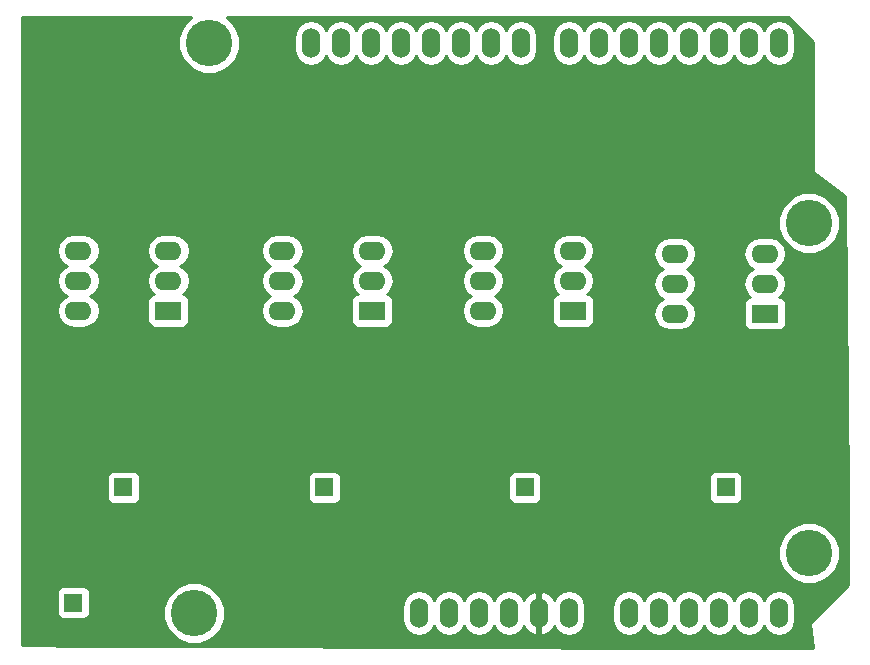
<source format=gbl>
%FSLAX34Y34*%
G04 Gerber Fmt 3.4, Leading zero omitted, Abs format*
G04 (created by PCBNEW (2014-02-26 BZR 4721)-product) date Tuesday, 26 August 2014 11:02:49*
%MOIN*%
G01*
G70*
G90*
G04 APERTURE LIST*
%ADD10C,0.005906*%
%ADD11R,0.090000X0.062000*%
%ADD12O,0.090000X0.062000*%
%ADD13R,0.060000X0.060000*%
%ADD14O,0.060000X0.100000*%
%ADD15C,0.155000*%
%ADD16C,0.035000*%
%ADD17C,0.015748*%
%ADD18C,0.010000*%
G04 APERTURE END LIST*
G54D10*
G54D11*
X31125Y-34661D03*
G54D12*
X31125Y-33661D03*
X31125Y-32661D03*
X28125Y-32661D03*
X28125Y-33661D03*
X28125Y-34661D03*
G54D11*
X24334Y-34661D03*
G54D12*
X24334Y-33661D03*
X24334Y-32661D03*
X21334Y-32661D03*
X21334Y-33661D03*
X21334Y-34661D03*
G54D11*
X37818Y-34661D03*
G54D12*
X37818Y-33661D03*
X37818Y-32661D03*
X34818Y-32661D03*
X34818Y-33661D03*
X34818Y-34661D03*
G54D11*
X44216Y-34759D03*
G54D12*
X44216Y-33759D03*
X44216Y-32759D03*
X41216Y-32759D03*
X41216Y-33759D03*
X41216Y-34759D03*
G54D13*
X29527Y-40551D03*
X22834Y-40551D03*
X36220Y-40551D03*
X42913Y-40551D03*
G54D14*
X44686Y-44739D03*
X43686Y-44739D03*
X42686Y-44739D03*
X39686Y-44739D03*
X40686Y-44739D03*
X41686Y-44739D03*
X37686Y-44739D03*
X36686Y-44739D03*
X35686Y-44739D03*
X33686Y-44739D03*
X32686Y-44739D03*
X44686Y-25739D03*
X43686Y-25739D03*
X42686Y-25739D03*
X41686Y-25739D03*
X40686Y-25739D03*
X39686Y-25739D03*
X38686Y-25739D03*
X37686Y-25739D03*
X36086Y-25739D03*
X35086Y-25739D03*
X34086Y-25739D03*
X33086Y-25739D03*
X32086Y-25739D03*
X31086Y-25739D03*
X30086Y-25739D03*
X29086Y-25739D03*
X34686Y-44739D03*
G54D15*
X45686Y-42739D03*
X45686Y-31739D03*
X25686Y-25739D03*
X25186Y-44739D03*
G54D13*
X21161Y-44389D03*
G54D16*
X44488Y-39271D03*
X37500Y-39271D03*
X30905Y-38976D03*
X24311Y-39074D03*
X39960Y-29330D03*
X33366Y-29429D03*
X26870Y-29527D03*
X20767Y-29133D03*
G54D17*
X37500Y-39271D02*
X37401Y-39271D01*
G54D10*
G36*
X46974Y-43801D02*
X46711Y-44063D01*
X46711Y-42536D01*
X46711Y-31536D01*
X46556Y-31159D01*
X46267Y-30870D01*
X45891Y-30714D01*
X45483Y-30714D01*
X45236Y-30816D01*
X45236Y-25954D01*
X45236Y-25524D01*
X45194Y-25314D01*
X45075Y-25135D01*
X44897Y-25016D01*
X44686Y-24974D01*
X44476Y-25016D01*
X44297Y-25135D01*
X44186Y-25302D01*
X44075Y-25135D01*
X43897Y-25016D01*
X43686Y-24974D01*
X43476Y-25016D01*
X43297Y-25135D01*
X43186Y-25302D01*
X43075Y-25135D01*
X42897Y-25016D01*
X42686Y-24974D01*
X42476Y-25016D01*
X42297Y-25135D01*
X42186Y-25302D01*
X42075Y-25135D01*
X41897Y-25016D01*
X41686Y-24974D01*
X41476Y-25016D01*
X41297Y-25135D01*
X41186Y-25302D01*
X41075Y-25135D01*
X40897Y-25016D01*
X40686Y-24974D01*
X40476Y-25016D01*
X40297Y-25135D01*
X40186Y-25302D01*
X40075Y-25135D01*
X39897Y-25016D01*
X39686Y-24974D01*
X39476Y-25016D01*
X39297Y-25135D01*
X39186Y-25302D01*
X39075Y-25135D01*
X38897Y-25016D01*
X38686Y-24974D01*
X38476Y-25016D01*
X38297Y-25135D01*
X38186Y-25302D01*
X38075Y-25135D01*
X37897Y-25016D01*
X37686Y-24974D01*
X37476Y-25016D01*
X37297Y-25135D01*
X37178Y-25314D01*
X37136Y-25524D01*
X37136Y-25954D01*
X37178Y-26164D01*
X37297Y-26342D01*
X37476Y-26462D01*
X37686Y-26504D01*
X37897Y-26462D01*
X38075Y-26342D01*
X38186Y-26176D01*
X38297Y-26342D01*
X38476Y-26462D01*
X38686Y-26504D01*
X38897Y-26462D01*
X39075Y-26342D01*
X39186Y-26176D01*
X39297Y-26342D01*
X39476Y-26462D01*
X39686Y-26504D01*
X39897Y-26462D01*
X40075Y-26342D01*
X40186Y-26176D01*
X40297Y-26342D01*
X40476Y-26462D01*
X40686Y-26504D01*
X40897Y-26462D01*
X41075Y-26342D01*
X41186Y-26176D01*
X41297Y-26342D01*
X41476Y-26462D01*
X41686Y-26504D01*
X41897Y-26462D01*
X42075Y-26342D01*
X42186Y-26176D01*
X42297Y-26342D01*
X42476Y-26462D01*
X42686Y-26504D01*
X42897Y-26462D01*
X43075Y-26342D01*
X43186Y-26176D01*
X43297Y-26342D01*
X43476Y-26462D01*
X43686Y-26504D01*
X43897Y-26462D01*
X44075Y-26342D01*
X44186Y-26176D01*
X44297Y-26342D01*
X44476Y-26462D01*
X44686Y-26504D01*
X44897Y-26462D01*
X45075Y-26342D01*
X45194Y-26164D01*
X45236Y-25954D01*
X45236Y-30816D01*
X45106Y-30869D01*
X44818Y-31157D01*
X44661Y-31534D01*
X44661Y-31942D01*
X44817Y-32319D01*
X45105Y-32607D01*
X45481Y-32764D01*
X45889Y-32764D01*
X46266Y-32608D01*
X46555Y-32320D01*
X46711Y-31944D01*
X46711Y-31536D01*
X46711Y-42536D01*
X46556Y-42159D01*
X46267Y-41870D01*
X45891Y-41714D01*
X45483Y-41714D01*
X45106Y-41869D01*
X44930Y-42046D01*
X44930Y-33759D01*
X44887Y-33545D01*
X44766Y-33363D01*
X44610Y-33259D01*
X44766Y-33155D01*
X44887Y-32974D01*
X44930Y-32759D01*
X44887Y-32545D01*
X44766Y-32363D01*
X44584Y-32242D01*
X44370Y-32199D01*
X44062Y-32199D01*
X43848Y-32242D01*
X43666Y-32363D01*
X43545Y-32545D01*
X43502Y-32759D01*
X43545Y-32974D01*
X43666Y-33155D01*
X43822Y-33259D01*
X43666Y-33363D01*
X43545Y-33545D01*
X43502Y-33759D01*
X43545Y-33974D01*
X43666Y-34155D01*
X43732Y-34199D01*
X43716Y-34199D01*
X43624Y-34237D01*
X43554Y-34308D01*
X43516Y-34400D01*
X43516Y-34499D01*
X43516Y-35119D01*
X43554Y-35211D01*
X43624Y-35281D01*
X43716Y-35319D01*
X43816Y-35319D01*
X44716Y-35319D01*
X44808Y-35281D01*
X44878Y-35211D01*
X44916Y-35119D01*
X44916Y-35020D01*
X44916Y-34400D01*
X44878Y-34308D01*
X44808Y-34237D01*
X44716Y-34199D01*
X44700Y-34199D01*
X44766Y-34155D01*
X44887Y-33974D01*
X44930Y-33759D01*
X44930Y-42046D01*
X44818Y-42157D01*
X44661Y-42534D01*
X44661Y-42942D01*
X44817Y-43319D01*
X45105Y-43607D01*
X45481Y-43764D01*
X45889Y-43764D01*
X46266Y-43608D01*
X46555Y-43320D01*
X46711Y-42944D01*
X46711Y-42536D01*
X46711Y-44063D01*
X45715Y-45060D01*
X45807Y-45891D01*
X45236Y-45891D01*
X45236Y-44954D01*
X45236Y-44524D01*
X45194Y-44314D01*
X45075Y-44135D01*
X44897Y-44016D01*
X44686Y-43974D01*
X44476Y-44016D01*
X44297Y-44135D01*
X44186Y-44302D01*
X44075Y-44135D01*
X43897Y-44016D01*
X43686Y-43974D01*
X43476Y-44016D01*
X43463Y-44025D01*
X43463Y-40900D01*
X43463Y-40801D01*
X43463Y-40201D01*
X43425Y-40109D01*
X43354Y-40039D01*
X43263Y-40001D01*
X43163Y-40001D01*
X42563Y-40001D01*
X42471Y-40039D01*
X42401Y-40109D01*
X42363Y-40201D01*
X42363Y-40300D01*
X42363Y-40900D01*
X42401Y-40992D01*
X42471Y-41063D01*
X42563Y-41101D01*
X42663Y-41101D01*
X43263Y-41101D01*
X43354Y-41063D01*
X43425Y-40992D01*
X43463Y-40900D01*
X43463Y-44025D01*
X43297Y-44135D01*
X43186Y-44302D01*
X43075Y-44135D01*
X42897Y-44016D01*
X42686Y-43974D01*
X42476Y-44016D01*
X42297Y-44135D01*
X42186Y-44302D01*
X42075Y-44135D01*
X41930Y-44038D01*
X41930Y-34759D01*
X41887Y-34545D01*
X41766Y-34363D01*
X41610Y-34259D01*
X41766Y-34155D01*
X41887Y-33974D01*
X41930Y-33759D01*
X41887Y-33545D01*
X41766Y-33363D01*
X41610Y-33259D01*
X41766Y-33155D01*
X41887Y-32974D01*
X41930Y-32759D01*
X41887Y-32545D01*
X41766Y-32363D01*
X41584Y-32242D01*
X41370Y-32199D01*
X41062Y-32199D01*
X40848Y-32242D01*
X40666Y-32363D01*
X40545Y-32545D01*
X40502Y-32759D01*
X40545Y-32974D01*
X40666Y-33155D01*
X40822Y-33259D01*
X40666Y-33363D01*
X40545Y-33545D01*
X40502Y-33759D01*
X40545Y-33974D01*
X40666Y-34155D01*
X40822Y-34259D01*
X40666Y-34363D01*
X40545Y-34545D01*
X40502Y-34759D01*
X40545Y-34974D01*
X40666Y-35155D01*
X40848Y-35277D01*
X41062Y-35319D01*
X41370Y-35319D01*
X41584Y-35277D01*
X41766Y-35155D01*
X41887Y-34974D01*
X41930Y-34759D01*
X41930Y-44038D01*
X41897Y-44016D01*
X41686Y-43974D01*
X41476Y-44016D01*
X41297Y-44135D01*
X41186Y-44302D01*
X41075Y-44135D01*
X40897Y-44016D01*
X40686Y-43974D01*
X40476Y-44016D01*
X40297Y-44135D01*
X40186Y-44302D01*
X40075Y-44135D01*
X39897Y-44016D01*
X39686Y-43974D01*
X39476Y-44016D01*
X39297Y-44135D01*
X39178Y-44314D01*
X39136Y-44524D01*
X39136Y-44954D01*
X39178Y-45164D01*
X39297Y-45342D01*
X39476Y-45462D01*
X39686Y-45504D01*
X39897Y-45462D01*
X40075Y-45342D01*
X40186Y-45176D01*
X40297Y-45342D01*
X40476Y-45462D01*
X40686Y-45504D01*
X40897Y-45462D01*
X41075Y-45342D01*
X41186Y-45176D01*
X41297Y-45342D01*
X41476Y-45462D01*
X41686Y-45504D01*
X41897Y-45462D01*
X42075Y-45342D01*
X42186Y-45176D01*
X42297Y-45342D01*
X42476Y-45462D01*
X42686Y-45504D01*
X42897Y-45462D01*
X43075Y-45342D01*
X43186Y-45176D01*
X43297Y-45342D01*
X43476Y-45462D01*
X43686Y-45504D01*
X43897Y-45462D01*
X44075Y-45342D01*
X44186Y-45176D01*
X44297Y-45342D01*
X44476Y-45462D01*
X44686Y-45504D01*
X44897Y-45462D01*
X45075Y-45342D01*
X45194Y-45164D01*
X45236Y-44954D01*
X45236Y-45891D01*
X39700Y-45891D01*
X38532Y-45887D01*
X38532Y-33661D01*
X38489Y-33447D01*
X38368Y-33265D01*
X38212Y-33161D01*
X38368Y-33057D01*
X38489Y-32875D01*
X38532Y-32661D01*
X38489Y-32447D01*
X38368Y-32265D01*
X38186Y-32144D01*
X37972Y-32101D01*
X37665Y-32101D01*
X37450Y-32144D01*
X37269Y-32265D01*
X37147Y-32447D01*
X37105Y-32661D01*
X37147Y-32875D01*
X37269Y-33057D01*
X37424Y-33161D01*
X37269Y-33265D01*
X37147Y-33447D01*
X37105Y-33661D01*
X37147Y-33875D01*
X37269Y-34057D01*
X37335Y-34101D01*
X37319Y-34101D01*
X37227Y-34139D01*
X37156Y-34209D01*
X37118Y-34301D01*
X37118Y-34401D01*
X37118Y-35021D01*
X37156Y-35113D01*
X37227Y-35183D01*
X37319Y-35221D01*
X37418Y-35221D01*
X38318Y-35221D01*
X38410Y-35183D01*
X38480Y-35113D01*
X38518Y-35021D01*
X38518Y-34921D01*
X38518Y-34301D01*
X38480Y-34209D01*
X38410Y-34139D01*
X38318Y-34101D01*
X38302Y-34101D01*
X38368Y-34057D01*
X38489Y-33875D01*
X38532Y-33661D01*
X38532Y-45887D01*
X38236Y-45886D01*
X38236Y-44954D01*
X38236Y-44524D01*
X38194Y-44314D01*
X38075Y-44135D01*
X37897Y-44016D01*
X37686Y-43974D01*
X37476Y-44016D01*
X37297Y-44135D01*
X37182Y-44307D01*
X37175Y-44282D01*
X37040Y-44115D01*
X36850Y-44012D01*
X36821Y-44006D01*
X36770Y-44035D01*
X36770Y-40900D01*
X36770Y-40801D01*
X36770Y-40201D01*
X36732Y-40109D01*
X36662Y-40039D01*
X36636Y-40028D01*
X36636Y-25954D01*
X36636Y-25524D01*
X36594Y-25314D01*
X36475Y-25135D01*
X36297Y-25016D01*
X36086Y-24974D01*
X35876Y-25016D01*
X35697Y-25135D01*
X35586Y-25302D01*
X35475Y-25135D01*
X35297Y-25016D01*
X35086Y-24974D01*
X34876Y-25016D01*
X34697Y-25135D01*
X34586Y-25302D01*
X34475Y-25135D01*
X34297Y-25016D01*
X34086Y-24974D01*
X33876Y-25016D01*
X33697Y-25135D01*
X33586Y-25302D01*
X33475Y-25135D01*
X33297Y-25016D01*
X33086Y-24974D01*
X32876Y-25016D01*
X32697Y-25135D01*
X32586Y-25302D01*
X32475Y-25135D01*
X32297Y-25016D01*
X32086Y-24974D01*
X31876Y-25016D01*
X31697Y-25135D01*
X31586Y-25302D01*
X31475Y-25135D01*
X31297Y-25016D01*
X31086Y-24974D01*
X30876Y-25016D01*
X30697Y-25135D01*
X30586Y-25302D01*
X30475Y-25135D01*
X30297Y-25016D01*
X30086Y-24974D01*
X29876Y-25016D01*
X29697Y-25135D01*
X29586Y-25302D01*
X29475Y-25135D01*
X29297Y-25016D01*
X29086Y-24974D01*
X28876Y-25016D01*
X28697Y-25135D01*
X28578Y-25314D01*
X28536Y-25524D01*
X28536Y-25954D01*
X28578Y-26164D01*
X28697Y-26342D01*
X28876Y-26462D01*
X29086Y-26504D01*
X29297Y-26462D01*
X29475Y-26342D01*
X29586Y-26176D01*
X29697Y-26342D01*
X29876Y-26462D01*
X30086Y-26504D01*
X30297Y-26462D01*
X30475Y-26342D01*
X30586Y-26176D01*
X30697Y-26342D01*
X30876Y-26462D01*
X31086Y-26504D01*
X31297Y-26462D01*
X31475Y-26342D01*
X31586Y-26176D01*
X31697Y-26342D01*
X31876Y-26462D01*
X32086Y-26504D01*
X32297Y-26462D01*
X32475Y-26342D01*
X32586Y-26176D01*
X32697Y-26342D01*
X32876Y-26462D01*
X33086Y-26504D01*
X33297Y-26462D01*
X33475Y-26342D01*
X33586Y-26176D01*
X33697Y-26342D01*
X33876Y-26462D01*
X34086Y-26504D01*
X34297Y-26462D01*
X34475Y-26342D01*
X34586Y-26176D01*
X34697Y-26342D01*
X34876Y-26462D01*
X35086Y-26504D01*
X35297Y-26462D01*
X35475Y-26342D01*
X35586Y-26176D01*
X35697Y-26342D01*
X35876Y-26462D01*
X36086Y-26504D01*
X36297Y-26462D01*
X36475Y-26342D01*
X36594Y-26164D01*
X36636Y-25954D01*
X36636Y-40028D01*
X36570Y-40001D01*
X36470Y-40001D01*
X35870Y-40001D01*
X35778Y-40039D01*
X35708Y-40109D01*
X35670Y-40201D01*
X35670Y-40300D01*
X35670Y-40900D01*
X35708Y-40992D01*
X35778Y-41063D01*
X35870Y-41101D01*
X35970Y-41101D01*
X36570Y-41101D01*
X36662Y-41063D01*
X36732Y-40992D01*
X36770Y-40900D01*
X36770Y-44035D01*
X36736Y-44054D01*
X36736Y-44689D01*
X36744Y-44689D01*
X36744Y-44789D01*
X36736Y-44789D01*
X36736Y-45424D01*
X36821Y-45472D01*
X36850Y-45466D01*
X37040Y-45363D01*
X37175Y-45196D01*
X37182Y-45171D01*
X37297Y-45342D01*
X37476Y-45462D01*
X37686Y-45504D01*
X37897Y-45462D01*
X38075Y-45342D01*
X38194Y-45164D01*
X38236Y-44954D01*
X38236Y-45886D01*
X36636Y-45880D01*
X36636Y-45424D01*
X36636Y-44789D01*
X36628Y-44789D01*
X36628Y-44689D01*
X36636Y-44689D01*
X36636Y-44054D01*
X36551Y-44006D01*
X36522Y-44012D01*
X36333Y-44115D01*
X36197Y-44282D01*
X36190Y-44307D01*
X36075Y-44135D01*
X35897Y-44016D01*
X35686Y-43974D01*
X35532Y-44005D01*
X35532Y-34661D01*
X35489Y-34447D01*
X35368Y-34265D01*
X35212Y-34161D01*
X35368Y-34057D01*
X35489Y-33875D01*
X35532Y-33661D01*
X35489Y-33447D01*
X35368Y-33265D01*
X35212Y-33161D01*
X35368Y-33057D01*
X35489Y-32875D01*
X35532Y-32661D01*
X35489Y-32447D01*
X35368Y-32265D01*
X35186Y-32144D01*
X34972Y-32101D01*
X34665Y-32101D01*
X34450Y-32144D01*
X34269Y-32265D01*
X34147Y-32447D01*
X34105Y-32661D01*
X34147Y-32875D01*
X34269Y-33057D01*
X34424Y-33161D01*
X34269Y-33265D01*
X34147Y-33447D01*
X34105Y-33661D01*
X34147Y-33875D01*
X34269Y-34057D01*
X34424Y-34161D01*
X34269Y-34265D01*
X34147Y-34447D01*
X34105Y-34661D01*
X34147Y-34875D01*
X34269Y-35057D01*
X34450Y-35178D01*
X34665Y-35221D01*
X34972Y-35221D01*
X35186Y-35178D01*
X35368Y-35057D01*
X35489Y-34875D01*
X35532Y-34661D01*
X35532Y-44005D01*
X35476Y-44016D01*
X35297Y-44135D01*
X35186Y-44302D01*
X35075Y-44135D01*
X34897Y-44016D01*
X34686Y-43974D01*
X34476Y-44016D01*
X34297Y-44135D01*
X34186Y-44302D01*
X34075Y-44135D01*
X33897Y-44016D01*
X33686Y-43974D01*
X33476Y-44016D01*
X33297Y-44135D01*
X33186Y-44302D01*
X33075Y-44135D01*
X32897Y-44016D01*
X32686Y-43974D01*
X32476Y-44016D01*
X32297Y-44135D01*
X32178Y-44314D01*
X32136Y-44524D01*
X32136Y-44954D01*
X32178Y-45164D01*
X32297Y-45342D01*
X32476Y-45462D01*
X32686Y-45504D01*
X32897Y-45462D01*
X33075Y-45342D01*
X33186Y-45176D01*
X33297Y-45342D01*
X33476Y-45462D01*
X33686Y-45504D01*
X33897Y-45462D01*
X34075Y-45342D01*
X34186Y-45176D01*
X34297Y-45342D01*
X34476Y-45462D01*
X34686Y-45504D01*
X34897Y-45462D01*
X35075Y-45342D01*
X35186Y-45176D01*
X35297Y-45342D01*
X35476Y-45462D01*
X35686Y-45504D01*
X35897Y-45462D01*
X36075Y-45342D01*
X36190Y-45171D01*
X36197Y-45196D01*
X36333Y-45363D01*
X36522Y-45466D01*
X36551Y-45472D01*
X36636Y-45424D01*
X36636Y-45880D01*
X31839Y-45862D01*
X31839Y-33661D01*
X31797Y-33447D01*
X31675Y-33265D01*
X31520Y-33161D01*
X31675Y-33057D01*
X31797Y-32875D01*
X31839Y-32661D01*
X31797Y-32447D01*
X31675Y-32265D01*
X31494Y-32144D01*
X31279Y-32101D01*
X30972Y-32101D01*
X30757Y-32144D01*
X30576Y-32265D01*
X30454Y-32447D01*
X30412Y-32661D01*
X30454Y-32875D01*
X30576Y-33057D01*
X30731Y-33161D01*
X30576Y-33265D01*
X30454Y-33447D01*
X30412Y-33661D01*
X30454Y-33875D01*
X30576Y-34057D01*
X30642Y-34101D01*
X30626Y-34101D01*
X30534Y-34139D01*
X30464Y-34209D01*
X30425Y-34301D01*
X30425Y-34401D01*
X30425Y-35021D01*
X30464Y-35113D01*
X30534Y-35183D01*
X30626Y-35221D01*
X30725Y-35221D01*
X31625Y-35221D01*
X31717Y-35183D01*
X31787Y-35113D01*
X31825Y-35021D01*
X31825Y-34921D01*
X31825Y-34301D01*
X31787Y-34209D01*
X31717Y-34139D01*
X31625Y-34101D01*
X31609Y-34101D01*
X31675Y-34057D01*
X31797Y-33875D01*
X31839Y-33661D01*
X31839Y-45862D01*
X30077Y-45856D01*
X30077Y-40900D01*
X30077Y-40801D01*
X30077Y-40201D01*
X30039Y-40109D01*
X29969Y-40039D01*
X29877Y-40001D01*
X29777Y-40001D01*
X29177Y-40001D01*
X29085Y-40039D01*
X29015Y-40109D01*
X28977Y-40201D01*
X28977Y-40300D01*
X28977Y-40900D01*
X29015Y-40992D01*
X29085Y-41063D01*
X29177Y-41101D01*
X29277Y-41101D01*
X29877Y-41101D01*
X29969Y-41063D01*
X30039Y-40992D01*
X30077Y-40900D01*
X30077Y-45856D01*
X28839Y-45851D01*
X28839Y-34661D01*
X28797Y-34447D01*
X28675Y-34265D01*
X28520Y-34161D01*
X28675Y-34057D01*
X28797Y-33875D01*
X28839Y-33661D01*
X28797Y-33447D01*
X28675Y-33265D01*
X28520Y-33161D01*
X28675Y-33057D01*
X28797Y-32875D01*
X28839Y-32661D01*
X28797Y-32447D01*
X28675Y-32265D01*
X28494Y-32144D01*
X28279Y-32101D01*
X27972Y-32101D01*
X27757Y-32144D01*
X27576Y-32265D01*
X27454Y-32447D01*
X27412Y-32661D01*
X27454Y-32875D01*
X27576Y-33057D01*
X27731Y-33161D01*
X27576Y-33265D01*
X27454Y-33447D01*
X27412Y-33661D01*
X27454Y-33875D01*
X27576Y-34057D01*
X27731Y-34161D01*
X27576Y-34265D01*
X27454Y-34447D01*
X27412Y-34661D01*
X27454Y-34875D01*
X27576Y-35057D01*
X27757Y-35178D01*
X27972Y-35221D01*
X28279Y-35221D01*
X28494Y-35178D01*
X28675Y-35057D01*
X28797Y-34875D01*
X28839Y-34661D01*
X28839Y-45851D01*
X26211Y-45841D01*
X26211Y-44536D01*
X26056Y-44159D01*
X25767Y-43870D01*
X25391Y-43714D01*
X25048Y-43714D01*
X25048Y-33661D01*
X25005Y-33447D01*
X24884Y-33265D01*
X24728Y-33161D01*
X24884Y-33057D01*
X25005Y-32875D01*
X25048Y-32661D01*
X25005Y-32447D01*
X24884Y-32265D01*
X24702Y-32144D01*
X24488Y-32101D01*
X24180Y-32101D01*
X23966Y-32144D01*
X23784Y-32265D01*
X23663Y-32447D01*
X23620Y-32661D01*
X23663Y-32875D01*
X23784Y-33057D01*
X23940Y-33161D01*
X23784Y-33265D01*
X23663Y-33447D01*
X23620Y-33661D01*
X23663Y-33875D01*
X23784Y-34057D01*
X23850Y-34101D01*
X23834Y-34101D01*
X23743Y-34139D01*
X23672Y-34209D01*
X23634Y-34301D01*
X23634Y-34401D01*
X23634Y-35021D01*
X23672Y-35113D01*
X23743Y-35183D01*
X23834Y-35221D01*
X23934Y-35221D01*
X24834Y-35221D01*
X24926Y-35183D01*
X24996Y-35113D01*
X25034Y-35021D01*
X25034Y-34921D01*
X25034Y-34301D01*
X24996Y-34209D01*
X24926Y-34139D01*
X24834Y-34101D01*
X24818Y-34101D01*
X24884Y-34057D01*
X25005Y-33875D01*
X25048Y-33661D01*
X25048Y-43714D01*
X24983Y-43714D01*
X24606Y-43869D01*
X24318Y-44157D01*
X24161Y-44534D01*
X24161Y-44942D01*
X24317Y-45319D01*
X24605Y-45607D01*
X24981Y-45764D01*
X25389Y-45764D01*
X25766Y-45608D01*
X26055Y-45320D01*
X26211Y-44944D01*
X26211Y-44536D01*
X26211Y-45841D01*
X23384Y-45831D01*
X23384Y-40900D01*
X23384Y-40801D01*
X23384Y-40201D01*
X23346Y-40109D01*
X23276Y-40039D01*
X23184Y-40001D01*
X23084Y-40001D01*
X22484Y-40001D01*
X22393Y-40039D01*
X22322Y-40109D01*
X22284Y-40201D01*
X22284Y-40300D01*
X22284Y-40900D01*
X22322Y-40992D01*
X22393Y-41063D01*
X22484Y-41101D01*
X22584Y-41101D01*
X23184Y-41101D01*
X23276Y-41063D01*
X23346Y-40992D01*
X23384Y-40900D01*
X23384Y-45831D01*
X22048Y-45826D01*
X22048Y-34661D01*
X22005Y-34447D01*
X21884Y-34265D01*
X21728Y-34161D01*
X21884Y-34057D01*
X22005Y-33875D01*
X22048Y-33661D01*
X22005Y-33447D01*
X21884Y-33265D01*
X21728Y-33161D01*
X21884Y-33057D01*
X22005Y-32875D01*
X22048Y-32661D01*
X22005Y-32447D01*
X21884Y-32265D01*
X21702Y-32144D01*
X21488Y-32101D01*
X21180Y-32101D01*
X20966Y-32144D01*
X20784Y-32265D01*
X20663Y-32447D01*
X20620Y-32661D01*
X20663Y-32875D01*
X20784Y-33057D01*
X20940Y-33161D01*
X20784Y-33265D01*
X20663Y-33447D01*
X20620Y-33661D01*
X20663Y-33875D01*
X20784Y-34057D01*
X20940Y-34161D01*
X20784Y-34265D01*
X20663Y-34447D01*
X20620Y-34661D01*
X20663Y-34875D01*
X20784Y-35057D01*
X20966Y-35178D01*
X21180Y-35221D01*
X21488Y-35221D01*
X21702Y-35178D01*
X21884Y-35057D01*
X22005Y-34875D01*
X22048Y-34661D01*
X22048Y-45826D01*
X21711Y-45825D01*
X21711Y-44739D01*
X21711Y-44640D01*
X21711Y-44040D01*
X21673Y-43948D01*
X21603Y-43877D01*
X21511Y-43839D01*
X21411Y-43839D01*
X20811Y-43839D01*
X20719Y-43877D01*
X20649Y-43948D01*
X20611Y-44040D01*
X20611Y-44139D01*
X20611Y-44739D01*
X20649Y-44831D01*
X20719Y-44901D01*
X20811Y-44939D01*
X20911Y-44939D01*
X21511Y-44939D01*
X21603Y-44901D01*
X21673Y-44831D01*
X21711Y-44739D01*
X21711Y-45825D01*
X19462Y-45816D01*
X19462Y-24875D01*
X25100Y-24875D01*
X24818Y-25157D01*
X24661Y-25534D01*
X24661Y-25942D01*
X24817Y-26319D01*
X25105Y-26607D01*
X25481Y-26764D01*
X25889Y-26764D01*
X26266Y-26608D01*
X26555Y-26320D01*
X26711Y-25944D01*
X26711Y-25536D01*
X26556Y-25159D01*
X26273Y-24875D01*
X44982Y-24875D01*
X45816Y-25709D01*
X45816Y-30045D01*
X46899Y-30832D01*
X46974Y-40785D01*
X46974Y-43801D01*
X46974Y-43801D01*
G37*
G54D18*
X46974Y-43801D02*
X46711Y-44063D01*
X46711Y-42536D01*
X46711Y-31536D01*
X46556Y-31159D01*
X46267Y-30870D01*
X45891Y-30714D01*
X45483Y-30714D01*
X45236Y-30816D01*
X45236Y-25954D01*
X45236Y-25524D01*
X45194Y-25314D01*
X45075Y-25135D01*
X44897Y-25016D01*
X44686Y-24974D01*
X44476Y-25016D01*
X44297Y-25135D01*
X44186Y-25302D01*
X44075Y-25135D01*
X43897Y-25016D01*
X43686Y-24974D01*
X43476Y-25016D01*
X43297Y-25135D01*
X43186Y-25302D01*
X43075Y-25135D01*
X42897Y-25016D01*
X42686Y-24974D01*
X42476Y-25016D01*
X42297Y-25135D01*
X42186Y-25302D01*
X42075Y-25135D01*
X41897Y-25016D01*
X41686Y-24974D01*
X41476Y-25016D01*
X41297Y-25135D01*
X41186Y-25302D01*
X41075Y-25135D01*
X40897Y-25016D01*
X40686Y-24974D01*
X40476Y-25016D01*
X40297Y-25135D01*
X40186Y-25302D01*
X40075Y-25135D01*
X39897Y-25016D01*
X39686Y-24974D01*
X39476Y-25016D01*
X39297Y-25135D01*
X39186Y-25302D01*
X39075Y-25135D01*
X38897Y-25016D01*
X38686Y-24974D01*
X38476Y-25016D01*
X38297Y-25135D01*
X38186Y-25302D01*
X38075Y-25135D01*
X37897Y-25016D01*
X37686Y-24974D01*
X37476Y-25016D01*
X37297Y-25135D01*
X37178Y-25314D01*
X37136Y-25524D01*
X37136Y-25954D01*
X37178Y-26164D01*
X37297Y-26342D01*
X37476Y-26462D01*
X37686Y-26504D01*
X37897Y-26462D01*
X38075Y-26342D01*
X38186Y-26176D01*
X38297Y-26342D01*
X38476Y-26462D01*
X38686Y-26504D01*
X38897Y-26462D01*
X39075Y-26342D01*
X39186Y-26176D01*
X39297Y-26342D01*
X39476Y-26462D01*
X39686Y-26504D01*
X39897Y-26462D01*
X40075Y-26342D01*
X40186Y-26176D01*
X40297Y-26342D01*
X40476Y-26462D01*
X40686Y-26504D01*
X40897Y-26462D01*
X41075Y-26342D01*
X41186Y-26176D01*
X41297Y-26342D01*
X41476Y-26462D01*
X41686Y-26504D01*
X41897Y-26462D01*
X42075Y-26342D01*
X42186Y-26176D01*
X42297Y-26342D01*
X42476Y-26462D01*
X42686Y-26504D01*
X42897Y-26462D01*
X43075Y-26342D01*
X43186Y-26176D01*
X43297Y-26342D01*
X43476Y-26462D01*
X43686Y-26504D01*
X43897Y-26462D01*
X44075Y-26342D01*
X44186Y-26176D01*
X44297Y-26342D01*
X44476Y-26462D01*
X44686Y-26504D01*
X44897Y-26462D01*
X45075Y-26342D01*
X45194Y-26164D01*
X45236Y-25954D01*
X45236Y-30816D01*
X45106Y-30869D01*
X44818Y-31157D01*
X44661Y-31534D01*
X44661Y-31942D01*
X44817Y-32319D01*
X45105Y-32607D01*
X45481Y-32764D01*
X45889Y-32764D01*
X46266Y-32608D01*
X46555Y-32320D01*
X46711Y-31944D01*
X46711Y-31536D01*
X46711Y-42536D01*
X46556Y-42159D01*
X46267Y-41870D01*
X45891Y-41714D01*
X45483Y-41714D01*
X45106Y-41869D01*
X44930Y-42046D01*
X44930Y-33759D01*
X44887Y-33545D01*
X44766Y-33363D01*
X44610Y-33259D01*
X44766Y-33155D01*
X44887Y-32974D01*
X44930Y-32759D01*
X44887Y-32545D01*
X44766Y-32363D01*
X44584Y-32242D01*
X44370Y-32199D01*
X44062Y-32199D01*
X43848Y-32242D01*
X43666Y-32363D01*
X43545Y-32545D01*
X43502Y-32759D01*
X43545Y-32974D01*
X43666Y-33155D01*
X43822Y-33259D01*
X43666Y-33363D01*
X43545Y-33545D01*
X43502Y-33759D01*
X43545Y-33974D01*
X43666Y-34155D01*
X43732Y-34199D01*
X43716Y-34199D01*
X43624Y-34237D01*
X43554Y-34308D01*
X43516Y-34400D01*
X43516Y-34499D01*
X43516Y-35119D01*
X43554Y-35211D01*
X43624Y-35281D01*
X43716Y-35319D01*
X43816Y-35319D01*
X44716Y-35319D01*
X44808Y-35281D01*
X44878Y-35211D01*
X44916Y-35119D01*
X44916Y-35020D01*
X44916Y-34400D01*
X44878Y-34308D01*
X44808Y-34237D01*
X44716Y-34199D01*
X44700Y-34199D01*
X44766Y-34155D01*
X44887Y-33974D01*
X44930Y-33759D01*
X44930Y-42046D01*
X44818Y-42157D01*
X44661Y-42534D01*
X44661Y-42942D01*
X44817Y-43319D01*
X45105Y-43607D01*
X45481Y-43764D01*
X45889Y-43764D01*
X46266Y-43608D01*
X46555Y-43320D01*
X46711Y-42944D01*
X46711Y-42536D01*
X46711Y-44063D01*
X45715Y-45060D01*
X45807Y-45891D01*
X45236Y-45891D01*
X45236Y-44954D01*
X45236Y-44524D01*
X45194Y-44314D01*
X45075Y-44135D01*
X44897Y-44016D01*
X44686Y-43974D01*
X44476Y-44016D01*
X44297Y-44135D01*
X44186Y-44302D01*
X44075Y-44135D01*
X43897Y-44016D01*
X43686Y-43974D01*
X43476Y-44016D01*
X43463Y-44025D01*
X43463Y-40900D01*
X43463Y-40801D01*
X43463Y-40201D01*
X43425Y-40109D01*
X43354Y-40039D01*
X43263Y-40001D01*
X43163Y-40001D01*
X42563Y-40001D01*
X42471Y-40039D01*
X42401Y-40109D01*
X42363Y-40201D01*
X42363Y-40300D01*
X42363Y-40900D01*
X42401Y-40992D01*
X42471Y-41063D01*
X42563Y-41101D01*
X42663Y-41101D01*
X43263Y-41101D01*
X43354Y-41063D01*
X43425Y-40992D01*
X43463Y-40900D01*
X43463Y-44025D01*
X43297Y-44135D01*
X43186Y-44302D01*
X43075Y-44135D01*
X42897Y-44016D01*
X42686Y-43974D01*
X42476Y-44016D01*
X42297Y-44135D01*
X42186Y-44302D01*
X42075Y-44135D01*
X41930Y-44038D01*
X41930Y-34759D01*
X41887Y-34545D01*
X41766Y-34363D01*
X41610Y-34259D01*
X41766Y-34155D01*
X41887Y-33974D01*
X41930Y-33759D01*
X41887Y-33545D01*
X41766Y-33363D01*
X41610Y-33259D01*
X41766Y-33155D01*
X41887Y-32974D01*
X41930Y-32759D01*
X41887Y-32545D01*
X41766Y-32363D01*
X41584Y-32242D01*
X41370Y-32199D01*
X41062Y-32199D01*
X40848Y-32242D01*
X40666Y-32363D01*
X40545Y-32545D01*
X40502Y-32759D01*
X40545Y-32974D01*
X40666Y-33155D01*
X40822Y-33259D01*
X40666Y-33363D01*
X40545Y-33545D01*
X40502Y-33759D01*
X40545Y-33974D01*
X40666Y-34155D01*
X40822Y-34259D01*
X40666Y-34363D01*
X40545Y-34545D01*
X40502Y-34759D01*
X40545Y-34974D01*
X40666Y-35155D01*
X40848Y-35277D01*
X41062Y-35319D01*
X41370Y-35319D01*
X41584Y-35277D01*
X41766Y-35155D01*
X41887Y-34974D01*
X41930Y-34759D01*
X41930Y-44038D01*
X41897Y-44016D01*
X41686Y-43974D01*
X41476Y-44016D01*
X41297Y-44135D01*
X41186Y-44302D01*
X41075Y-44135D01*
X40897Y-44016D01*
X40686Y-43974D01*
X40476Y-44016D01*
X40297Y-44135D01*
X40186Y-44302D01*
X40075Y-44135D01*
X39897Y-44016D01*
X39686Y-43974D01*
X39476Y-44016D01*
X39297Y-44135D01*
X39178Y-44314D01*
X39136Y-44524D01*
X39136Y-44954D01*
X39178Y-45164D01*
X39297Y-45342D01*
X39476Y-45462D01*
X39686Y-45504D01*
X39897Y-45462D01*
X40075Y-45342D01*
X40186Y-45176D01*
X40297Y-45342D01*
X40476Y-45462D01*
X40686Y-45504D01*
X40897Y-45462D01*
X41075Y-45342D01*
X41186Y-45176D01*
X41297Y-45342D01*
X41476Y-45462D01*
X41686Y-45504D01*
X41897Y-45462D01*
X42075Y-45342D01*
X42186Y-45176D01*
X42297Y-45342D01*
X42476Y-45462D01*
X42686Y-45504D01*
X42897Y-45462D01*
X43075Y-45342D01*
X43186Y-45176D01*
X43297Y-45342D01*
X43476Y-45462D01*
X43686Y-45504D01*
X43897Y-45462D01*
X44075Y-45342D01*
X44186Y-45176D01*
X44297Y-45342D01*
X44476Y-45462D01*
X44686Y-45504D01*
X44897Y-45462D01*
X45075Y-45342D01*
X45194Y-45164D01*
X45236Y-44954D01*
X45236Y-45891D01*
X39700Y-45891D01*
X38532Y-45887D01*
X38532Y-33661D01*
X38489Y-33447D01*
X38368Y-33265D01*
X38212Y-33161D01*
X38368Y-33057D01*
X38489Y-32875D01*
X38532Y-32661D01*
X38489Y-32447D01*
X38368Y-32265D01*
X38186Y-32144D01*
X37972Y-32101D01*
X37665Y-32101D01*
X37450Y-32144D01*
X37269Y-32265D01*
X37147Y-32447D01*
X37105Y-32661D01*
X37147Y-32875D01*
X37269Y-33057D01*
X37424Y-33161D01*
X37269Y-33265D01*
X37147Y-33447D01*
X37105Y-33661D01*
X37147Y-33875D01*
X37269Y-34057D01*
X37335Y-34101D01*
X37319Y-34101D01*
X37227Y-34139D01*
X37156Y-34209D01*
X37118Y-34301D01*
X37118Y-34401D01*
X37118Y-35021D01*
X37156Y-35113D01*
X37227Y-35183D01*
X37319Y-35221D01*
X37418Y-35221D01*
X38318Y-35221D01*
X38410Y-35183D01*
X38480Y-35113D01*
X38518Y-35021D01*
X38518Y-34921D01*
X38518Y-34301D01*
X38480Y-34209D01*
X38410Y-34139D01*
X38318Y-34101D01*
X38302Y-34101D01*
X38368Y-34057D01*
X38489Y-33875D01*
X38532Y-33661D01*
X38532Y-45887D01*
X38236Y-45886D01*
X38236Y-44954D01*
X38236Y-44524D01*
X38194Y-44314D01*
X38075Y-44135D01*
X37897Y-44016D01*
X37686Y-43974D01*
X37476Y-44016D01*
X37297Y-44135D01*
X37182Y-44307D01*
X37175Y-44282D01*
X37040Y-44115D01*
X36850Y-44012D01*
X36821Y-44006D01*
X36770Y-44035D01*
X36770Y-40900D01*
X36770Y-40801D01*
X36770Y-40201D01*
X36732Y-40109D01*
X36662Y-40039D01*
X36636Y-40028D01*
X36636Y-25954D01*
X36636Y-25524D01*
X36594Y-25314D01*
X36475Y-25135D01*
X36297Y-25016D01*
X36086Y-24974D01*
X35876Y-25016D01*
X35697Y-25135D01*
X35586Y-25302D01*
X35475Y-25135D01*
X35297Y-25016D01*
X35086Y-24974D01*
X34876Y-25016D01*
X34697Y-25135D01*
X34586Y-25302D01*
X34475Y-25135D01*
X34297Y-25016D01*
X34086Y-24974D01*
X33876Y-25016D01*
X33697Y-25135D01*
X33586Y-25302D01*
X33475Y-25135D01*
X33297Y-25016D01*
X33086Y-24974D01*
X32876Y-25016D01*
X32697Y-25135D01*
X32586Y-25302D01*
X32475Y-25135D01*
X32297Y-25016D01*
X32086Y-24974D01*
X31876Y-25016D01*
X31697Y-25135D01*
X31586Y-25302D01*
X31475Y-25135D01*
X31297Y-25016D01*
X31086Y-24974D01*
X30876Y-25016D01*
X30697Y-25135D01*
X30586Y-25302D01*
X30475Y-25135D01*
X30297Y-25016D01*
X30086Y-24974D01*
X29876Y-25016D01*
X29697Y-25135D01*
X29586Y-25302D01*
X29475Y-25135D01*
X29297Y-25016D01*
X29086Y-24974D01*
X28876Y-25016D01*
X28697Y-25135D01*
X28578Y-25314D01*
X28536Y-25524D01*
X28536Y-25954D01*
X28578Y-26164D01*
X28697Y-26342D01*
X28876Y-26462D01*
X29086Y-26504D01*
X29297Y-26462D01*
X29475Y-26342D01*
X29586Y-26176D01*
X29697Y-26342D01*
X29876Y-26462D01*
X30086Y-26504D01*
X30297Y-26462D01*
X30475Y-26342D01*
X30586Y-26176D01*
X30697Y-26342D01*
X30876Y-26462D01*
X31086Y-26504D01*
X31297Y-26462D01*
X31475Y-26342D01*
X31586Y-26176D01*
X31697Y-26342D01*
X31876Y-26462D01*
X32086Y-26504D01*
X32297Y-26462D01*
X32475Y-26342D01*
X32586Y-26176D01*
X32697Y-26342D01*
X32876Y-26462D01*
X33086Y-26504D01*
X33297Y-26462D01*
X33475Y-26342D01*
X33586Y-26176D01*
X33697Y-26342D01*
X33876Y-26462D01*
X34086Y-26504D01*
X34297Y-26462D01*
X34475Y-26342D01*
X34586Y-26176D01*
X34697Y-26342D01*
X34876Y-26462D01*
X35086Y-26504D01*
X35297Y-26462D01*
X35475Y-26342D01*
X35586Y-26176D01*
X35697Y-26342D01*
X35876Y-26462D01*
X36086Y-26504D01*
X36297Y-26462D01*
X36475Y-26342D01*
X36594Y-26164D01*
X36636Y-25954D01*
X36636Y-40028D01*
X36570Y-40001D01*
X36470Y-40001D01*
X35870Y-40001D01*
X35778Y-40039D01*
X35708Y-40109D01*
X35670Y-40201D01*
X35670Y-40300D01*
X35670Y-40900D01*
X35708Y-40992D01*
X35778Y-41063D01*
X35870Y-41101D01*
X35970Y-41101D01*
X36570Y-41101D01*
X36662Y-41063D01*
X36732Y-40992D01*
X36770Y-40900D01*
X36770Y-44035D01*
X36736Y-44054D01*
X36736Y-44689D01*
X36744Y-44689D01*
X36744Y-44789D01*
X36736Y-44789D01*
X36736Y-45424D01*
X36821Y-45472D01*
X36850Y-45466D01*
X37040Y-45363D01*
X37175Y-45196D01*
X37182Y-45171D01*
X37297Y-45342D01*
X37476Y-45462D01*
X37686Y-45504D01*
X37897Y-45462D01*
X38075Y-45342D01*
X38194Y-45164D01*
X38236Y-44954D01*
X38236Y-45886D01*
X36636Y-45880D01*
X36636Y-45424D01*
X36636Y-44789D01*
X36628Y-44789D01*
X36628Y-44689D01*
X36636Y-44689D01*
X36636Y-44054D01*
X36551Y-44006D01*
X36522Y-44012D01*
X36333Y-44115D01*
X36197Y-44282D01*
X36190Y-44307D01*
X36075Y-44135D01*
X35897Y-44016D01*
X35686Y-43974D01*
X35532Y-44005D01*
X35532Y-34661D01*
X35489Y-34447D01*
X35368Y-34265D01*
X35212Y-34161D01*
X35368Y-34057D01*
X35489Y-33875D01*
X35532Y-33661D01*
X35489Y-33447D01*
X35368Y-33265D01*
X35212Y-33161D01*
X35368Y-33057D01*
X35489Y-32875D01*
X35532Y-32661D01*
X35489Y-32447D01*
X35368Y-32265D01*
X35186Y-32144D01*
X34972Y-32101D01*
X34665Y-32101D01*
X34450Y-32144D01*
X34269Y-32265D01*
X34147Y-32447D01*
X34105Y-32661D01*
X34147Y-32875D01*
X34269Y-33057D01*
X34424Y-33161D01*
X34269Y-33265D01*
X34147Y-33447D01*
X34105Y-33661D01*
X34147Y-33875D01*
X34269Y-34057D01*
X34424Y-34161D01*
X34269Y-34265D01*
X34147Y-34447D01*
X34105Y-34661D01*
X34147Y-34875D01*
X34269Y-35057D01*
X34450Y-35178D01*
X34665Y-35221D01*
X34972Y-35221D01*
X35186Y-35178D01*
X35368Y-35057D01*
X35489Y-34875D01*
X35532Y-34661D01*
X35532Y-44005D01*
X35476Y-44016D01*
X35297Y-44135D01*
X35186Y-44302D01*
X35075Y-44135D01*
X34897Y-44016D01*
X34686Y-43974D01*
X34476Y-44016D01*
X34297Y-44135D01*
X34186Y-44302D01*
X34075Y-44135D01*
X33897Y-44016D01*
X33686Y-43974D01*
X33476Y-44016D01*
X33297Y-44135D01*
X33186Y-44302D01*
X33075Y-44135D01*
X32897Y-44016D01*
X32686Y-43974D01*
X32476Y-44016D01*
X32297Y-44135D01*
X32178Y-44314D01*
X32136Y-44524D01*
X32136Y-44954D01*
X32178Y-45164D01*
X32297Y-45342D01*
X32476Y-45462D01*
X32686Y-45504D01*
X32897Y-45462D01*
X33075Y-45342D01*
X33186Y-45176D01*
X33297Y-45342D01*
X33476Y-45462D01*
X33686Y-45504D01*
X33897Y-45462D01*
X34075Y-45342D01*
X34186Y-45176D01*
X34297Y-45342D01*
X34476Y-45462D01*
X34686Y-45504D01*
X34897Y-45462D01*
X35075Y-45342D01*
X35186Y-45176D01*
X35297Y-45342D01*
X35476Y-45462D01*
X35686Y-45504D01*
X35897Y-45462D01*
X36075Y-45342D01*
X36190Y-45171D01*
X36197Y-45196D01*
X36333Y-45363D01*
X36522Y-45466D01*
X36551Y-45472D01*
X36636Y-45424D01*
X36636Y-45880D01*
X31839Y-45862D01*
X31839Y-33661D01*
X31797Y-33447D01*
X31675Y-33265D01*
X31520Y-33161D01*
X31675Y-33057D01*
X31797Y-32875D01*
X31839Y-32661D01*
X31797Y-32447D01*
X31675Y-32265D01*
X31494Y-32144D01*
X31279Y-32101D01*
X30972Y-32101D01*
X30757Y-32144D01*
X30576Y-32265D01*
X30454Y-32447D01*
X30412Y-32661D01*
X30454Y-32875D01*
X30576Y-33057D01*
X30731Y-33161D01*
X30576Y-33265D01*
X30454Y-33447D01*
X30412Y-33661D01*
X30454Y-33875D01*
X30576Y-34057D01*
X30642Y-34101D01*
X30626Y-34101D01*
X30534Y-34139D01*
X30464Y-34209D01*
X30425Y-34301D01*
X30425Y-34401D01*
X30425Y-35021D01*
X30464Y-35113D01*
X30534Y-35183D01*
X30626Y-35221D01*
X30725Y-35221D01*
X31625Y-35221D01*
X31717Y-35183D01*
X31787Y-35113D01*
X31825Y-35021D01*
X31825Y-34921D01*
X31825Y-34301D01*
X31787Y-34209D01*
X31717Y-34139D01*
X31625Y-34101D01*
X31609Y-34101D01*
X31675Y-34057D01*
X31797Y-33875D01*
X31839Y-33661D01*
X31839Y-45862D01*
X30077Y-45856D01*
X30077Y-40900D01*
X30077Y-40801D01*
X30077Y-40201D01*
X30039Y-40109D01*
X29969Y-40039D01*
X29877Y-40001D01*
X29777Y-40001D01*
X29177Y-40001D01*
X29085Y-40039D01*
X29015Y-40109D01*
X28977Y-40201D01*
X28977Y-40300D01*
X28977Y-40900D01*
X29015Y-40992D01*
X29085Y-41063D01*
X29177Y-41101D01*
X29277Y-41101D01*
X29877Y-41101D01*
X29969Y-41063D01*
X30039Y-40992D01*
X30077Y-40900D01*
X30077Y-45856D01*
X28839Y-45851D01*
X28839Y-34661D01*
X28797Y-34447D01*
X28675Y-34265D01*
X28520Y-34161D01*
X28675Y-34057D01*
X28797Y-33875D01*
X28839Y-33661D01*
X28797Y-33447D01*
X28675Y-33265D01*
X28520Y-33161D01*
X28675Y-33057D01*
X28797Y-32875D01*
X28839Y-32661D01*
X28797Y-32447D01*
X28675Y-32265D01*
X28494Y-32144D01*
X28279Y-32101D01*
X27972Y-32101D01*
X27757Y-32144D01*
X27576Y-32265D01*
X27454Y-32447D01*
X27412Y-32661D01*
X27454Y-32875D01*
X27576Y-33057D01*
X27731Y-33161D01*
X27576Y-33265D01*
X27454Y-33447D01*
X27412Y-33661D01*
X27454Y-33875D01*
X27576Y-34057D01*
X27731Y-34161D01*
X27576Y-34265D01*
X27454Y-34447D01*
X27412Y-34661D01*
X27454Y-34875D01*
X27576Y-35057D01*
X27757Y-35178D01*
X27972Y-35221D01*
X28279Y-35221D01*
X28494Y-35178D01*
X28675Y-35057D01*
X28797Y-34875D01*
X28839Y-34661D01*
X28839Y-45851D01*
X26211Y-45841D01*
X26211Y-44536D01*
X26056Y-44159D01*
X25767Y-43870D01*
X25391Y-43714D01*
X25048Y-43714D01*
X25048Y-33661D01*
X25005Y-33447D01*
X24884Y-33265D01*
X24728Y-33161D01*
X24884Y-33057D01*
X25005Y-32875D01*
X25048Y-32661D01*
X25005Y-32447D01*
X24884Y-32265D01*
X24702Y-32144D01*
X24488Y-32101D01*
X24180Y-32101D01*
X23966Y-32144D01*
X23784Y-32265D01*
X23663Y-32447D01*
X23620Y-32661D01*
X23663Y-32875D01*
X23784Y-33057D01*
X23940Y-33161D01*
X23784Y-33265D01*
X23663Y-33447D01*
X23620Y-33661D01*
X23663Y-33875D01*
X23784Y-34057D01*
X23850Y-34101D01*
X23834Y-34101D01*
X23743Y-34139D01*
X23672Y-34209D01*
X23634Y-34301D01*
X23634Y-34401D01*
X23634Y-35021D01*
X23672Y-35113D01*
X23743Y-35183D01*
X23834Y-35221D01*
X23934Y-35221D01*
X24834Y-35221D01*
X24926Y-35183D01*
X24996Y-35113D01*
X25034Y-35021D01*
X25034Y-34921D01*
X25034Y-34301D01*
X24996Y-34209D01*
X24926Y-34139D01*
X24834Y-34101D01*
X24818Y-34101D01*
X24884Y-34057D01*
X25005Y-33875D01*
X25048Y-33661D01*
X25048Y-43714D01*
X24983Y-43714D01*
X24606Y-43869D01*
X24318Y-44157D01*
X24161Y-44534D01*
X24161Y-44942D01*
X24317Y-45319D01*
X24605Y-45607D01*
X24981Y-45764D01*
X25389Y-45764D01*
X25766Y-45608D01*
X26055Y-45320D01*
X26211Y-44944D01*
X26211Y-44536D01*
X26211Y-45841D01*
X23384Y-45831D01*
X23384Y-40900D01*
X23384Y-40801D01*
X23384Y-40201D01*
X23346Y-40109D01*
X23276Y-40039D01*
X23184Y-40001D01*
X23084Y-40001D01*
X22484Y-40001D01*
X22393Y-40039D01*
X22322Y-40109D01*
X22284Y-40201D01*
X22284Y-40300D01*
X22284Y-40900D01*
X22322Y-40992D01*
X22393Y-41063D01*
X22484Y-41101D01*
X22584Y-41101D01*
X23184Y-41101D01*
X23276Y-41063D01*
X23346Y-40992D01*
X23384Y-40900D01*
X23384Y-45831D01*
X22048Y-45826D01*
X22048Y-34661D01*
X22005Y-34447D01*
X21884Y-34265D01*
X21728Y-34161D01*
X21884Y-34057D01*
X22005Y-33875D01*
X22048Y-33661D01*
X22005Y-33447D01*
X21884Y-33265D01*
X21728Y-33161D01*
X21884Y-33057D01*
X22005Y-32875D01*
X22048Y-32661D01*
X22005Y-32447D01*
X21884Y-32265D01*
X21702Y-32144D01*
X21488Y-32101D01*
X21180Y-32101D01*
X20966Y-32144D01*
X20784Y-32265D01*
X20663Y-32447D01*
X20620Y-32661D01*
X20663Y-32875D01*
X20784Y-33057D01*
X20940Y-33161D01*
X20784Y-33265D01*
X20663Y-33447D01*
X20620Y-33661D01*
X20663Y-33875D01*
X20784Y-34057D01*
X20940Y-34161D01*
X20784Y-34265D01*
X20663Y-34447D01*
X20620Y-34661D01*
X20663Y-34875D01*
X20784Y-35057D01*
X20966Y-35178D01*
X21180Y-35221D01*
X21488Y-35221D01*
X21702Y-35178D01*
X21884Y-35057D01*
X22005Y-34875D01*
X22048Y-34661D01*
X22048Y-45826D01*
X21711Y-45825D01*
X21711Y-44739D01*
X21711Y-44640D01*
X21711Y-44040D01*
X21673Y-43948D01*
X21603Y-43877D01*
X21511Y-43839D01*
X21411Y-43839D01*
X20811Y-43839D01*
X20719Y-43877D01*
X20649Y-43948D01*
X20611Y-44040D01*
X20611Y-44139D01*
X20611Y-44739D01*
X20649Y-44831D01*
X20719Y-44901D01*
X20811Y-44939D01*
X20911Y-44939D01*
X21511Y-44939D01*
X21603Y-44901D01*
X21673Y-44831D01*
X21711Y-44739D01*
X21711Y-45825D01*
X19462Y-45816D01*
X19462Y-24875D01*
X25100Y-24875D01*
X24818Y-25157D01*
X24661Y-25534D01*
X24661Y-25942D01*
X24817Y-26319D01*
X25105Y-26607D01*
X25481Y-26764D01*
X25889Y-26764D01*
X26266Y-26608D01*
X26555Y-26320D01*
X26711Y-25944D01*
X26711Y-25536D01*
X26556Y-25159D01*
X26273Y-24875D01*
X44982Y-24875D01*
X45816Y-25709D01*
X45816Y-30045D01*
X46899Y-30832D01*
X46974Y-40785D01*
X46974Y-43801D01*
M02*

</source>
